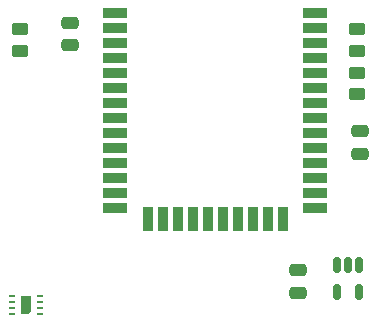
<source format=gbr>
G04 #@! TF.GenerationSoftware,KiCad,Pcbnew,(5.99.0-11535-gf6cac49802)*
G04 #@! TF.CreationDate,2021-08-06T14:04:52-04:00*
G04 #@! TF.ProjectId,esphome-humitemp,65737068-6f6d-4652-9d68-756d6974656d,1*
G04 #@! TF.SameCoordinates,Original*
G04 #@! TF.FileFunction,Paste,Top*
G04 #@! TF.FilePolarity,Positive*
%FSLAX46Y46*%
G04 Gerber Fmt 4.6, Leading zero omitted, Abs format (unit mm)*
G04 Created by KiCad (PCBNEW (5.99.0-11535-gf6cac49802)) date 2021-08-06 14:04:52*
%MOMM*%
%LPD*%
G01*
G04 APERTURE LIST*
G04 Aperture macros list*
%AMRoundRect*
0 Rectangle with rounded corners*
0 $1 Rounding radius*
0 $2 $3 $4 $5 $6 $7 $8 $9 X,Y pos of 4 corners*
0 Add a 4 corners polygon primitive as box body*
4,1,4,$2,$3,$4,$5,$6,$7,$8,$9,$2,$3,0*
0 Add four circle primitives for the rounded corners*
1,1,$1+$1,$2,$3*
1,1,$1+$1,$4,$5*
1,1,$1+$1,$6,$7*
1,1,$1+$1,$8,$9*
0 Add four rect primitives between the rounded corners*
20,1,$1+$1,$2,$3,$4,$5,0*
20,1,$1+$1,$4,$5,$6,$7,0*
20,1,$1+$1,$6,$7,$8,$9,0*
20,1,$1+$1,$8,$9,$2,$3,0*%
%AMFreePoly0*
4,1,6,0.450000,-0.800000,-0.450000,-0.800000,-0.450000,0.530000,-0.180000,0.800000,0.450000,0.800000,0.450000,-0.800000,0.450000,-0.800000,$1*%
G04 Aperture macros list end*
%ADD10RoundRect,0.250000X-0.450000X0.262500X-0.450000X-0.262500X0.450000X-0.262500X0.450000X0.262500X0*%
%ADD11FreePoly0,180.000000*%
%ADD12R,0.550000X0.250000*%
%ADD13RoundRect,0.250000X-0.475000X0.250000X-0.475000X-0.250000X0.475000X-0.250000X0.475000X0.250000X0*%
%ADD14RoundRect,0.250000X0.450000X-0.262500X0.450000X0.262500X-0.450000X0.262500X-0.450000X-0.262500X0*%
%ADD15RoundRect,0.150000X-0.150000X0.512500X-0.150000X-0.512500X0.150000X-0.512500X0.150000X0.512500X0*%
%ADD16R,2.000000X0.900000*%
%ADD17R,0.900000X2.000000*%
G04 APERTURE END LIST*
D10*
X100500000Y-53425000D03*
X100500000Y-55250000D03*
D11*
X101000000Y-76750000D03*
D12*
X102175000Y-77500000D03*
X102175000Y-77000000D03*
X102175000Y-76500000D03*
X102175000Y-76000000D03*
X99825000Y-76000000D03*
X99825000Y-76500000D03*
X99825000Y-77000000D03*
X99825000Y-77500000D03*
D13*
X129250000Y-62050000D03*
X129250000Y-63950000D03*
D14*
X129000000Y-55250000D03*
X129000000Y-53425000D03*
D13*
X104750000Y-52862500D03*
X104750000Y-54762500D03*
X124000000Y-73800000D03*
X124000000Y-75700000D03*
D14*
X129000000Y-58912500D03*
X129000000Y-57087500D03*
D15*
X129200000Y-73362500D03*
X128250000Y-73362500D03*
X127300000Y-73362500D03*
X127300000Y-75637500D03*
X129200000Y-75637500D03*
D16*
X108500000Y-51995000D03*
X108500000Y-53265000D03*
X108500000Y-54535000D03*
X108500000Y-55805000D03*
X108500000Y-57075000D03*
X108500000Y-58345000D03*
X108500000Y-59615000D03*
X108500000Y-60885000D03*
X108500000Y-62155000D03*
X108500000Y-63425000D03*
X108500000Y-64695000D03*
X108500000Y-65965000D03*
X108500000Y-67235000D03*
X108500000Y-68505000D03*
D17*
X111285000Y-69505000D03*
X112555000Y-69505000D03*
X113825000Y-69505000D03*
X115095000Y-69505000D03*
X116365000Y-69505000D03*
X117635000Y-69505000D03*
X118905000Y-69505000D03*
X120175000Y-69505000D03*
X121445000Y-69505000D03*
X122715000Y-69505000D03*
D16*
X125500000Y-68505000D03*
X125500000Y-67235000D03*
X125500000Y-65965000D03*
X125500000Y-64695000D03*
X125500000Y-63425000D03*
X125500000Y-62155000D03*
X125500000Y-60885000D03*
X125500000Y-59615000D03*
X125500000Y-58345000D03*
X125500000Y-57075000D03*
X125500000Y-55805000D03*
X125500000Y-54535000D03*
X125500000Y-53265000D03*
X125500000Y-51995000D03*
M02*

</source>
